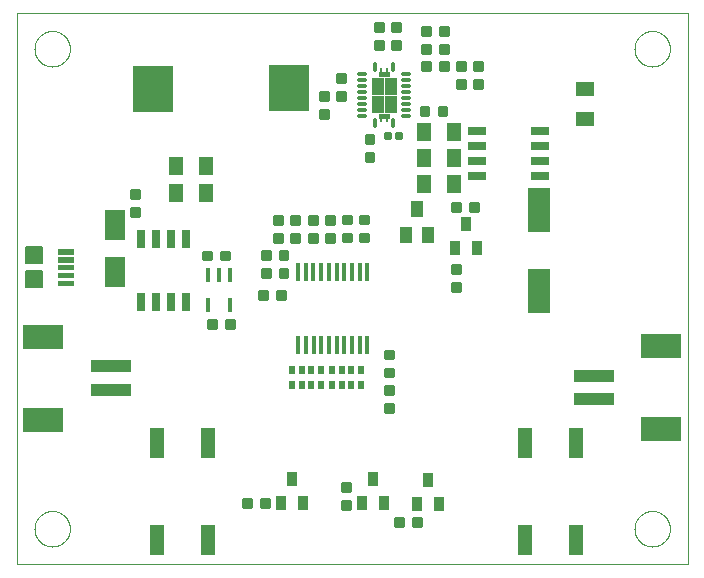
<source format=gtp>
G75*
%MOIN*%
%OFA0B0*%
%FSLAX25Y25*%
%IPPOS*%
%LPD*%
%AMOC8*
5,1,8,0,0,1.08239X$1,22.5*
%
%ADD10C,0.00000*%
%ADD11R,0.05000X0.06000*%
%ADD12C,0.00875*%
%ADD13C,0.01250*%
%ADD14R,0.13780X0.03937*%
%ADD15R,0.13780X0.07874*%
%ADD16R,0.03500X0.04500*%
%ADD17R,0.05000X0.10000*%
%ADD18C,0.00160*%
%ADD19C,0.00600*%
%ADD20R,0.01969X0.02559*%
%ADD21R,0.06693X0.09843*%
%ADD22R,0.01575X0.04724*%
%ADD23R,0.01378X0.05906*%
%ADD24C,0.01260*%
%ADD25C,0.00100*%
%ADD26R,0.01000X0.01300*%
%ADD27R,0.02500X0.06000*%
%ADD28R,0.07500X0.15000*%
%ADD29R,0.13780X0.15748*%
%ADD30R,0.06000X0.02500*%
%ADD31R,0.03937X0.05512*%
%ADD32R,0.06000X0.05000*%
D10*
X0014800Y0001750D02*
X0014800Y0185372D01*
X0238422Y0185372D01*
X0238422Y0001750D01*
X0014800Y0001750D01*
X0020705Y0013561D02*
X0020707Y0013714D01*
X0020713Y0013868D01*
X0020723Y0014021D01*
X0020737Y0014173D01*
X0020755Y0014326D01*
X0020777Y0014477D01*
X0020802Y0014628D01*
X0020832Y0014779D01*
X0020866Y0014929D01*
X0020903Y0015077D01*
X0020944Y0015225D01*
X0020989Y0015371D01*
X0021038Y0015517D01*
X0021091Y0015661D01*
X0021147Y0015803D01*
X0021207Y0015944D01*
X0021271Y0016084D01*
X0021338Y0016222D01*
X0021409Y0016358D01*
X0021484Y0016492D01*
X0021561Y0016624D01*
X0021643Y0016754D01*
X0021727Y0016882D01*
X0021815Y0017008D01*
X0021906Y0017131D01*
X0022000Y0017252D01*
X0022098Y0017370D01*
X0022198Y0017486D01*
X0022302Y0017599D01*
X0022408Y0017710D01*
X0022517Y0017818D01*
X0022629Y0017923D01*
X0022743Y0018024D01*
X0022861Y0018123D01*
X0022980Y0018219D01*
X0023102Y0018312D01*
X0023227Y0018401D01*
X0023354Y0018488D01*
X0023483Y0018570D01*
X0023614Y0018650D01*
X0023747Y0018726D01*
X0023882Y0018799D01*
X0024019Y0018868D01*
X0024158Y0018933D01*
X0024298Y0018995D01*
X0024440Y0019053D01*
X0024583Y0019108D01*
X0024728Y0019159D01*
X0024874Y0019206D01*
X0025021Y0019249D01*
X0025169Y0019288D01*
X0025318Y0019324D01*
X0025468Y0019355D01*
X0025619Y0019383D01*
X0025770Y0019407D01*
X0025923Y0019427D01*
X0026075Y0019443D01*
X0026228Y0019455D01*
X0026381Y0019463D01*
X0026534Y0019467D01*
X0026688Y0019467D01*
X0026841Y0019463D01*
X0026994Y0019455D01*
X0027147Y0019443D01*
X0027299Y0019427D01*
X0027452Y0019407D01*
X0027603Y0019383D01*
X0027754Y0019355D01*
X0027904Y0019324D01*
X0028053Y0019288D01*
X0028201Y0019249D01*
X0028348Y0019206D01*
X0028494Y0019159D01*
X0028639Y0019108D01*
X0028782Y0019053D01*
X0028924Y0018995D01*
X0029064Y0018933D01*
X0029203Y0018868D01*
X0029340Y0018799D01*
X0029475Y0018726D01*
X0029608Y0018650D01*
X0029739Y0018570D01*
X0029868Y0018488D01*
X0029995Y0018401D01*
X0030120Y0018312D01*
X0030242Y0018219D01*
X0030361Y0018123D01*
X0030479Y0018024D01*
X0030593Y0017923D01*
X0030705Y0017818D01*
X0030814Y0017710D01*
X0030920Y0017599D01*
X0031024Y0017486D01*
X0031124Y0017370D01*
X0031222Y0017252D01*
X0031316Y0017131D01*
X0031407Y0017008D01*
X0031495Y0016882D01*
X0031579Y0016754D01*
X0031661Y0016624D01*
X0031738Y0016492D01*
X0031813Y0016358D01*
X0031884Y0016222D01*
X0031951Y0016084D01*
X0032015Y0015944D01*
X0032075Y0015803D01*
X0032131Y0015661D01*
X0032184Y0015517D01*
X0032233Y0015371D01*
X0032278Y0015225D01*
X0032319Y0015077D01*
X0032356Y0014929D01*
X0032390Y0014779D01*
X0032420Y0014628D01*
X0032445Y0014477D01*
X0032467Y0014326D01*
X0032485Y0014173D01*
X0032499Y0014021D01*
X0032509Y0013868D01*
X0032515Y0013714D01*
X0032517Y0013561D01*
X0032515Y0013408D01*
X0032509Y0013254D01*
X0032499Y0013101D01*
X0032485Y0012949D01*
X0032467Y0012796D01*
X0032445Y0012645D01*
X0032420Y0012494D01*
X0032390Y0012343D01*
X0032356Y0012193D01*
X0032319Y0012045D01*
X0032278Y0011897D01*
X0032233Y0011751D01*
X0032184Y0011605D01*
X0032131Y0011461D01*
X0032075Y0011319D01*
X0032015Y0011178D01*
X0031951Y0011038D01*
X0031884Y0010900D01*
X0031813Y0010764D01*
X0031738Y0010630D01*
X0031661Y0010498D01*
X0031579Y0010368D01*
X0031495Y0010240D01*
X0031407Y0010114D01*
X0031316Y0009991D01*
X0031222Y0009870D01*
X0031124Y0009752D01*
X0031024Y0009636D01*
X0030920Y0009523D01*
X0030814Y0009412D01*
X0030705Y0009304D01*
X0030593Y0009199D01*
X0030479Y0009098D01*
X0030361Y0008999D01*
X0030242Y0008903D01*
X0030120Y0008810D01*
X0029995Y0008721D01*
X0029868Y0008634D01*
X0029739Y0008552D01*
X0029608Y0008472D01*
X0029475Y0008396D01*
X0029340Y0008323D01*
X0029203Y0008254D01*
X0029064Y0008189D01*
X0028924Y0008127D01*
X0028782Y0008069D01*
X0028639Y0008014D01*
X0028494Y0007963D01*
X0028348Y0007916D01*
X0028201Y0007873D01*
X0028053Y0007834D01*
X0027904Y0007798D01*
X0027754Y0007767D01*
X0027603Y0007739D01*
X0027452Y0007715D01*
X0027299Y0007695D01*
X0027147Y0007679D01*
X0026994Y0007667D01*
X0026841Y0007659D01*
X0026688Y0007655D01*
X0026534Y0007655D01*
X0026381Y0007659D01*
X0026228Y0007667D01*
X0026075Y0007679D01*
X0025923Y0007695D01*
X0025770Y0007715D01*
X0025619Y0007739D01*
X0025468Y0007767D01*
X0025318Y0007798D01*
X0025169Y0007834D01*
X0025021Y0007873D01*
X0024874Y0007916D01*
X0024728Y0007963D01*
X0024583Y0008014D01*
X0024440Y0008069D01*
X0024298Y0008127D01*
X0024158Y0008189D01*
X0024019Y0008254D01*
X0023882Y0008323D01*
X0023747Y0008396D01*
X0023614Y0008472D01*
X0023483Y0008552D01*
X0023354Y0008634D01*
X0023227Y0008721D01*
X0023102Y0008810D01*
X0022980Y0008903D01*
X0022861Y0008999D01*
X0022743Y0009098D01*
X0022629Y0009199D01*
X0022517Y0009304D01*
X0022408Y0009412D01*
X0022302Y0009523D01*
X0022198Y0009636D01*
X0022098Y0009752D01*
X0022000Y0009870D01*
X0021906Y0009991D01*
X0021815Y0010114D01*
X0021727Y0010240D01*
X0021643Y0010368D01*
X0021561Y0010498D01*
X0021484Y0010630D01*
X0021409Y0010764D01*
X0021338Y0010900D01*
X0021271Y0011038D01*
X0021207Y0011178D01*
X0021147Y0011319D01*
X0021091Y0011461D01*
X0021038Y0011605D01*
X0020989Y0011751D01*
X0020944Y0011897D01*
X0020903Y0012045D01*
X0020866Y0012193D01*
X0020832Y0012343D01*
X0020802Y0012494D01*
X0020777Y0012645D01*
X0020755Y0012796D01*
X0020737Y0012949D01*
X0020723Y0013101D01*
X0020713Y0013254D01*
X0020707Y0013408D01*
X0020705Y0013561D01*
X0020705Y0173561D02*
X0020707Y0173714D01*
X0020713Y0173868D01*
X0020723Y0174021D01*
X0020737Y0174173D01*
X0020755Y0174326D01*
X0020777Y0174477D01*
X0020802Y0174628D01*
X0020832Y0174779D01*
X0020866Y0174929D01*
X0020903Y0175077D01*
X0020944Y0175225D01*
X0020989Y0175371D01*
X0021038Y0175517D01*
X0021091Y0175661D01*
X0021147Y0175803D01*
X0021207Y0175944D01*
X0021271Y0176084D01*
X0021338Y0176222D01*
X0021409Y0176358D01*
X0021484Y0176492D01*
X0021561Y0176624D01*
X0021643Y0176754D01*
X0021727Y0176882D01*
X0021815Y0177008D01*
X0021906Y0177131D01*
X0022000Y0177252D01*
X0022098Y0177370D01*
X0022198Y0177486D01*
X0022302Y0177599D01*
X0022408Y0177710D01*
X0022517Y0177818D01*
X0022629Y0177923D01*
X0022743Y0178024D01*
X0022861Y0178123D01*
X0022980Y0178219D01*
X0023102Y0178312D01*
X0023227Y0178401D01*
X0023354Y0178488D01*
X0023483Y0178570D01*
X0023614Y0178650D01*
X0023747Y0178726D01*
X0023882Y0178799D01*
X0024019Y0178868D01*
X0024158Y0178933D01*
X0024298Y0178995D01*
X0024440Y0179053D01*
X0024583Y0179108D01*
X0024728Y0179159D01*
X0024874Y0179206D01*
X0025021Y0179249D01*
X0025169Y0179288D01*
X0025318Y0179324D01*
X0025468Y0179355D01*
X0025619Y0179383D01*
X0025770Y0179407D01*
X0025923Y0179427D01*
X0026075Y0179443D01*
X0026228Y0179455D01*
X0026381Y0179463D01*
X0026534Y0179467D01*
X0026688Y0179467D01*
X0026841Y0179463D01*
X0026994Y0179455D01*
X0027147Y0179443D01*
X0027299Y0179427D01*
X0027452Y0179407D01*
X0027603Y0179383D01*
X0027754Y0179355D01*
X0027904Y0179324D01*
X0028053Y0179288D01*
X0028201Y0179249D01*
X0028348Y0179206D01*
X0028494Y0179159D01*
X0028639Y0179108D01*
X0028782Y0179053D01*
X0028924Y0178995D01*
X0029064Y0178933D01*
X0029203Y0178868D01*
X0029340Y0178799D01*
X0029475Y0178726D01*
X0029608Y0178650D01*
X0029739Y0178570D01*
X0029868Y0178488D01*
X0029995Y0178401D01*
X0030120Y0178312D01*
X0030242Y0178219D01*
X0030361Y0178123D01*
X0030479Y0178024D01*
X0030593Y0177923D01*
X0030705Y0177818D01*
X0030814Y0177710D01*
X0030920Y0177599D01*
X0031024Y0177486D01*
X0031124Y0177370D01*
X0031222Y0177252D01*
X0031316Y0177131D01*
X0031407Y0177008D01*
X0031495Y0176882D01*
X0031579Y0176754D01*
X0031661Y0176624D01*
X0031738Y0176492D01*
X0031813Y0176358D01*
X0031884Y0176222D01*
X0031951Y0176084D01*
X0032015Y0175944D01*
X0032075Y0175803D01*
X0032131Y0175661D01*
X0032184Y0175517D01*
X0032233Y0175371D01*
X0032278Y0175225D01*
X0032319Y0175077D01*
X0032356Y0174929D01*
X0032390Y0174779D01*
X0032420Y0174628D01*
X0032445Y0174477D01*
X0032467Y0174326D01*
X0032485Y0174173D01*
X0032499Y0174021D01*
X0032509Y0173868D01*
X0032515Y0173714D01*
X0032517Y0173561D01*
X0032515Y0173408D01*
X0032509Y0173254D01*
X0032499Y0173101D01*
X0032485Y0172949D01*
X0032467Y0172796D01*
X0032445Y0172645D01*
X0032420Y0172494D01*
X0032390Y0172343D01*
X0032356Y0172193D01*
X0032319Y0172045D01*
X0032278Y0171897D01*
X0032233Y0171751D01*
X0032184Y0171605D01*
X0032131Y0171461D01*
X0032075Y0171319D01*
X0032015Y0171178D01*
X0031951Y0171038D01*
X0031884Y0170900D01*
X0031813Y0170764D01*
X0031738Y0170630D01*
X0031661Y0170498D01*
X0031579Y0170368D01*
X0031495Y0170240D01*
X0031407Y0170114D01*
X0031316Y0169991D01*
X0031222Y0169870D01*
X0031124Y0169752D01*
X0031024Y0169636D01*
X0030920Y0169523D01*
X0030814Y0169412D01*
X0030705Y0169304D01*
X0030593Y0169199D01*
X0030479Y0169098D01*
X0030361Y0168999D01*
X0030242Y0168903D01*
X0030120Y0168810D01*
X0029995Y0168721D01*
X0029868Y0168634D01*
X0029739Y0168552D01*
X0029608Y0168472D01*
X0029475Y0168396D01*
X0029340Y0168323D01*
X0029203Y0168254D01*
X0029064Y0168189D01*
X0028924Y0168127D01*
X0028782Y0168069D01*
X0028639Y0168014D01*
X0028494Y0167963D01*
X0028348Y0167916D01*
X0028201Y0167873D01*
X0028053Y0167834D01*
X0027904Y0167798D01*
X0027754Y0167767D01*
X0027603Y0167739D01*
X0027452Y0167715D01*
X0027299Y0167695D01*
X0027147Y0167679D01*
X0026994Y0167667D01*
X0026841Y0167659D01*
X0026688Y0167655D01*
X0026534Y0167655D01*
X0026381Y0167659D01*
X0026228Y0167667D01*
X0026075Y0167679D01*
X0025923Y0167695D01*
X0025770Y0167715D01*
X0025619Y0167739D01*
X0025468Y0167767D01*
X0025318Y0167798D01*
X0025169Y0167834D01*
X0025021Y0167873D01*
X0024874Y0167916D01*
X0024728Y0167963D01*
X0024583Y0168014D01*
X0024440Y0168069D01*
X0024298Y0168127D01*
X0024158Y0168189D01*
X0024019Y0168254D01*
X0023882Y0168323D01*
X0023747Y0168396D01*
X0023614Y0168472D01*
X0023483Y0168552D01*
X0023354Y0168634D01*
X0023227Y0168721D01*
X0023102Y0168810D01*
X0022980Y0168903D01*
X0022861Y0168999D01*
X0022743Y0169098D01*
X0022629Y0169199D01*
X0022517Y0169304D01*
X0022408Y0169412D01*
X0022302Y0169523D01*
X0022198Y0169636D01*
X0022098Y0169752D01*
X0022000Y0169870D01*
X0021906Y0169991D01*
X0021815Y0170114D01*
X0021727Y0170240D01*
X0021643Y0170368D01*
X0021561Y0170498D01*
X0021484Y0170630D01*
X0021409Y0170764D01*
X0021338Y0170900D01*
X0021271Y0171038D01*
X0021207Y0171178D01*
X0021147Y0171319D01*
X0021091Y0171461D01*
X0021038Y0171605D01*
X0020989Y0171751D01*
X0020944Y0171897D01*
X0020903Y0172045D01*
X0020866Y0172193D01*
X0020832Y0172343D01*
X0020802Y0172494D01*
X0020777Y0172645D01*
X0020755Y0172796D01*
X0020737Y0172949D01*
X0020723Y0173101D01*
X0020713Y0173254D01*
X0020707Y0173408D01*
X0020705Y0173561D01*
X0220705Y0173561D02*
X0220707Y0173714D01*
X0220713Y0173868D01*
X0220723Y0174021D01*
X0220737Y0174173D01*
X0220755Y0174326D01*
X0220777Y0174477D01*
X0220802Y0174628D01*
X0220832Y0174779D01*
X0220866Y0174929D01*
X0220903Y0175077D01*
X0220944Y0175225D01*
X0220989Y0175371D01*
X0221038Y0175517D01*
X0221091Y0175661D01*
X0221147Y0175803D01*
X0221207Y0175944D01*
X0221271Y0176084D01*
X0221338Y0176222D01*
X0221409Y0176358D01*
X0221484Y0176492D01*
X0221561Y0176624D01*
X0221643Y0176754D01*
X0221727Y0176882D01*
X0221815Y0177008D01*
X0221906Y0177131D01*
X0222000Y0177252D01*
X0222098Y0177370D01*
X0222198Y0177486D01*
X0222302Y0177599D01*
X0222408Y0177710D01*
X0222517Y0177818D01*
X0222629Y0177923D01*
X0222743Y0178024D01*
X0222861Y0178123D01*
X0222980Y0178219D01*
X0223102Y0178312D01*
X0223227Y0178401D01*
X0223354Y0178488D01*
X0223483Y0178570D01*
X0223614Y0178650D01*
X0223747Y0178726D01*
X0223882Y0178799D01*
X0224019Y0178868D01*
X0224158Y0178933D01*
X0224298Y0178995D01*
X0224440Y0179053D01*
X0224583Y0179108D01*
X0224728Y0179159D01*
X0224874Y0179206D01*
X0225021Y0179249D01*
X0225169Y0179288D01*
X0225318Y0179324D01*
X0225468Y0179355D01*
X0225619Y0179383D01*
X0225770Y0179407D01*
X0225923Y0179427D01*
X0226075Y0179443D01*
X0226228Y0179455D01*
X0226381Y0179463D01*
X0226534Y0179467D01*
X0226688Y0179467D01*
X0226841Y0179463D01*
X0226994Y0179455D01*
X0227147Y0179443D01*
X0227299Y0179427D01*
X0227452Y0179407D01*
X0227603Y0179383D01*
X0227754Y0179355D01*
X0227904Y0179324D01*
X0228053Y0179288D01*
X0228201Y0179249D01*
X0228348Y0179206D01*
X0228494Y0179159D01*
X0228639Y0179108D01*
X0228782Y0179053D01*
X0228924Y0178995D01*
X0229064Y0178933D01*
X0229203Y0178868D01*
X0229340Y0178799D01*
X0229475Y0178726D01*
X0229608Y0178650D01*
X0229739Y0178570D01*
X0229868Y0178488D01*
X0229995Y0178401D01*
X0230120Y0178312D01*
X0230242Y0178219D01*
X0230361Y0178123D01*
X0230479Y0178024D01*
X0230593Y0177923D01*
X0230705Y0177818D01*
X0230814Y0177710D01*
X0230920Y0177599D01*
X0231024Y0177486D01*
X0231124Y0177370D01*
X0231222Y0177252D01*
X0231316Y0177131D01*
X0231407Y0177008D01*
X0231495Y0176882D01*
X0231579Y0176754D01*
X0231661Y0176624D01*
X0231738Y0176492D01*
X0231813Y0176358D01*
X0231884Y0176222D01*
X0231951Y0176084D01*
X0232015Y0175944D01*
X0232075Y0175803D01*
X0232131Y0175661D01*
X0232184Y0175517D01*
X0232233Y0175371D01*
X0232278Y0175225D01*
X0232319Y0175077D01*
X0232356Y0174929D01*
X0232390Y0174779D01*
X0232420Y0174628D01*
X0232445Y0174477D01*
X0232467Y0174326D01*
X0232485Y0174173D01*
X0232499Y0174021D01*
X0232509Y0173868D01*
X0232515Y0173714D01*
X0232517Y0173561D01*
X0232515Y0173408D01*
X0232509Y0173254D01*
X0232499Y0173101D01*
X0232485Y0172949D01*
X0232467Y0172796D01*
X0232445Y0172645D01*
X0232420Y0172494D01*
X0232390Y0172343D01*
X0232356Y0172193D01*
X0232319Y0172045D01*
X0232278Y0171897D01*
X0232233Y0171751D01*
X0232184Y0171605D01*
X0232131Y0171461D01*
X0232075Y0171319D01*
X0232015Y0171178D01*
X0231951Y0171038D01*
X0231884Y0170900D01*
X0231813Y0170764D01*
X0231738Y0170630D01*
X0231661Y0170498D01*
X0231579Y0170368D01*
X0231495Y0170240D01*
X0231407Y0170114D01*
X0231316Y0169991D01*
X0231222Y0169870D01*
X0231124Y0169752D01*
X0231024Y0169636D01*
X0230920Y0169523D01*
X0230814Y0169412D01*
X0230705Y0169304D01*
X0230593Y0169199D01*
X0230479Y0169098D01*
X0230361Y0168999D01*
X0230242Y0168903D01*
X0230120Y0168810D01*
X0229995Y0168721D01*
X0229868Y0168634D01*
X0229739Y0168552D01*
X0229608Y0168472D01*
X0229475Y0168396D01*
X0229340Y0168323D01*
X0229203Y0168254D01*
X0229064Y0168189D01*
X0228924Y0168127D01*
X0228782Y0168069D01*
X0228639Y0168014D01*
X0228494Y0167963D01*
X0228348Y0167916D01*
X0228201Y0167873D01*
X0228053Y0167834D01*
X0227904Y0167798D01*
X0227754Y0167767D01*
X0227603Y0167739D01*
X0227452Y0167715D01*
X0227299Y0167695D01*
X0227147Y0167679D01*
X0226994Y0167667D01*
X0226841Y0167659D01*
X0226688Y0167655D01*
X0226534Y0167655D01*
X0226381Y0167659D01*
X0226228Y0167667D01*
X0226075Y0167679D01*
X0225923Y0167695D01*
X0225770Y0167715D01*
X0225619Y0167739D01*
X0225468Y0167767D01*
X0225318Y0167798D01*
X0225169Y0167834D01*
X0225021Y0167873D01*
X0224874Y0167916D01*
X0224728Y0167963D01*
X0224583Y0168014D01*
X0224440Y0168069D01*
X0224298Y0168127D01*
X0224158Y0168189D01*
X0224019Y0168254D01*
X0223882Y0168323D01*
X0223747Y0168396D01*
X0223614Y0168472D01*
X0223483Y0168552D01*
X0223354Y0168634D01*
X0223227Y0168721D01*
X0223102Y0168810D01*
X0222980Y0168903D01*
X0222861Y0168999D01*
X0222743Y0169098D01*
X0222629Y0169199D01*
X0222517Y0169304D01*
X0222408Y0169412D01*
X0222302Y0169523D01*
X0222198Y0169636D01*
X0222098Y0169752D01*
X0222000Y0169870D01*
X0221906Y0169991D01*
X0221815Y0170114D01*
X0221727Y0170240D01*
X0221643Y0170368D01*
X0221561Y0170498D01*
X0221484Y0170630D01*
X0221409Y0170764D01*
X0221338Y0170900D01*
X0221271Y0171038D01*
X0221207Y0171178D01*
X0221147Y0171319D01*
X0221091Y0171461D01*
X0221038Y0171605D01*
X0220989Y0171751D01*
X0220944Y0171897D01*
X0220903Y0172045D01*
X0220866Y0172193D01*
X0220832Y0172343D01*
X0220802Y0172494D01*
X0220777Y0172645D01*
X0220755Y0172796D01*
X0220737Y0172949D01*
X0220723Y0173101D01*
X0220713Y0173254D01*
X0220707Y0173408D01*
X0220705Y0173561D01*
X0220705Y0013561D02*
X0220707Y0013714D01*
X0220713Y0013868D01*
X0220723Y0014021D01*
X0220737Y0014173D01*
X0220755Y0014326D01*
X0220777Y0014477D01*
X0220802Y0014628D01*
X0220832Y0014779D01*
X0220866Y0014929D01*
X0220903Y0015077D01*
X0220944Y0015225D01*
X0220989Y0015371D01*
X0221038Y0015517D01*
X0221091Y0015661D01*
X0221147Y0015803D01*
X0221207Y0015944D01*
X0221271Y0016084D01*
X0221338Y0016222D01*
X0221409Y0016358D01*
X0221484Y0016492D01*
X0221561Y0016624D01*
X0221643Y0016754D01*
X0221727Y0016882D01*
X0221815Y0017008D01*
X0221906Y0017131D01*
X0222000Y0017252D01*
X0222098Y0017370D01*
X0222198Y0017486D01*
X0222302Y0017599D01*
X0222408Y0017710D01*
X0222517Y0017818D01*
X0222629Y0017923D01*
X0222743Y0018024D01*
X0222861Y0018123D01*
X0222980Y0018219D01*
X0223102Y0018312D01*
X0223227Y0018401D01*
X0223354Y0018488D01*
X0223483Y0018570D01*
X0223614Y0018650D01*
X0223747Y0018726D01*
X0223882Y0018799D01*
X0224019Y0018868D01*
X0224158Y0018933D01*
X0224298Y0018995D01*
X0224440Y0019053D01*
X0224583Y0019108D01*
X0224728Y0019159D01*
X0224874Y0019206D01*
X0225021Y0019249D01*
X0225169Y0019288D01*
X0225318Y0019324D01*
X0225468Y0019355D01*
X0225619Y0019383D01*
X0225770Y0019407D01*
X0225923Y0019427D01*
X0226075Y0019443D01*
X0226228Y0019455D01*
X0226381Y0019463D01*
X0226534Y0019467D01*
X0226688Y0019467D01*
X0226841Y0019463D01*
X0226994Y0019455D01*
X0227147Y0019443D01*
X0227299Y0019427D01*
X0227452Y0019407D01*
X0227603Y0019383D01*
X0227754Y0019355D01*
X0227904Y0019324D01*
X0228053Y0019288D01*
X0228201Y0019249D01*
X0228348Y0019206D01*
X0228494Y0019159D01*
X0228639Y0019108D01*
X0228782Y0019053D01*
X0228924Y0018995D01*
X0229064Y0018933D01*
X0229203Y0018868D01*
X0229340Y0018799D01*
X0229475Y0018726D01*
X0229608Y0018650D01*
X0229739Y0018570D01*
X0229868Y0018488D01*
X0229995Y0018401D01*
X0230120Y0018312D01*
X0230242Y0018219D01*
X0230361Y0018123D01*
X0230479Y0018024D01*
X0230593Y0017923D01*
X0230705Y0017818D01*
X0230814Y0017710D01*
X0230920Y0017599D01*
X0231024Y0017486D01*
X0231124Y0017370D01*
X0231222Y0017252D01*
X0231316Y0017131D01*
X0231407Y0017008D01*
X0231495Y0016882D01*
X0231579Y0016754D01*
X0231661Y0016624D01*
X0231738Y0016492D01*
X0231813Y0016358D01*
X0231884Y0016222D01*
X0231951Y0016084D01*
X0232015Y0015944D01*
X0232075Y0015803D01*
X0232131Y0015661D01*
X0232184Y0015517D01*
X0232233Y0015371D01*
X0232278Y0015225D01*
X0232319Y0015077D01*
X0232356Y0014929D01*
X0232390Y0014779D01*
X0232420Y0014628D01*
X0232445Y0014477D01*
X0232467Y0014326D01*
X0232485Y0014173D01*
X0232499Y0014021D01*
X0232509Y0013868D01*
X0232515Y0013714D01*
X0232517Y0013561D01*
X0232515Y0013408D01*
X0232509Y0013254D01*
X0232499Y0013101D01*
X0232485Y0012949D01*
X0232467Y0012796D01*
X0232445Y0012645D01*
X0232420Y0012494D01*
X0232390Y0012343D01*
X0232356Y0012193D01*
X0232319Y0012045D01*
X0232278Y0011897D01*
X0232233Y0011751D01*
X0232184Y0011605D01*
X0232131Y0011461D01*
X0232075Y0011319D01*
X0232015Y0011178D01*
X0231951Y0011038D01*
X0231884Y0010900D01*
X0231813Y0010764D01*
X0231738Y0010630D01*
X0231661Y0010498D01*
X0231579Y0010368D01*
X0231495Y0010240D01*
X0231407Y0010114D01*
X0231316Y0009991D01*
X0231222Y0009870D01*
X0231124Y0009752D01*
X0231024Y0009636D01*
X0230920Y0009523D01*
X0230814Y0009412D01*
X0230705Y0009304D01*
X0230593Y0009199D01*
X0230479Y0009098D01*
X0230361Y0008999D01*
X0230242Y0008903D01*
X0230120Y0008810D01*
X0229995Y0008721D01*
X0229868Y0008634D01*
X0229739Y0008552D01*
X0229608Y0008472D01*
X0229475Y0008396D01*
X0229340Y0008323D01*
X0229203Y0008254D01*
X0229064Y0008189D01*
X0228924Y0008127D01*
X0228782Y0008069D01*
X0228639Y0008014D01*
X0228494Y0007963D01*
X0228348Y0007916D01*
X0228201Y0007873D01*
X0228053Y0007834D01*
X0227904Y0007798D01*
X0227754Y0007767D01*
X0227603Y0007739D01*
X0227452Y0007715D01*
X0227299Y0007695D01*
X0227147Y0007679D01*
X0226994Y0007667D01*
X0226841Y0007659D01*
X0226688Y0007655D01*
X0226534Y0007655D01*
X0226381Y0007659D01*
X0226228Y0007667D01*
X0226075Y0007679D01*
X0225923Y0007695D01*
X0225770Y0007715D01*
X0225619Y0007739D01*
X0225468Y0007767D01*
X0225318Y0007798D01*
X0225169Y0007834D01*
X0225021Y0007873D01*
X0224874Y0007916D01*
X0224728Y0007963D01*
X0224583Y0008014D01*
X0224440Y0008069D01*
X0224298Y0008127D01*
X0224158Y0008189D01*
X0224019Y0008254D01*
X0223882Y0008323D01*
X0223747Y0008396D01*
X0223614Y0008472D01*
X0223483Y0008552D01*
X0223354Y0008634D01*
X0223227Y0008721D01*
X0223102Y0008810D01*
X0222980Y0008903D01*
X0222861Y0008999D01*
X0222743Y0009098D01*
X0222629Y0009199D01*
X0222517Y0009304D01*
X0222408Y0009412D01*
X0222302Y0009523D01*
X0222198Y0009636D01*
X0222098Y0009752D01*
X0222000Y0009870D01*
X0221906Y0009991D01*
X0221815Y0010114D01*
X0221727Y0010240D01*
X0221643Y0010368D01*
X0221561Y0010498D01*
X0221484Y0010630D01*
X0221409Y0010764D01*
X0221338Y0010900D01*
X0221271Y0011038D01*
X0221207Y0011178D01*
X0221147Y0011319D01*
X0221091Y0011461D01*
X0221038Y0011605D01*
X0220989Y0011751D01*
X0220944Y0011897D01*
X0220903Y0012045D01*
X0220866Y0012193D01*
X0220832Y0012343D01*
X0220802Y0012494D01*
X0220777Y0012645D01*
X0220755Y0012796D01*
X0220737Y0012949D01*
X0220723Y0013101D01*
X0220713Y0013254D01*
X0220707Y0013408D01*
X0220705Y0013561D01*
D11*
X0077802Y0125635D03*
X0067802Y0125635D03*
X0067802Y0134335D03*
X0077802Y0134335D03*
X0150398Y0137065D03*
X0150398Y0145665D03*
X0160398Y0145665D03*
X0160398Y0137065D03*
X0160398Y0128465D03*
X0150398Y0128465D03*
D12*
X0159887Y0119437D02*
X0162513Y0119437D01*
X0159887Y0119437D02*
X0159887Y0122063D01*
X0162513Y0122063D01*
X0162513Y0119437D01*
X0162513Y0120311D02*
X0159887Y0120311D01*
X0159887Y0121185D02*
X0162513Y0121185D01*
X0162513Y0122059D02*
X0159887Y0122059D01*
X0165887Y0119437D02*
X0168513Y0119437D01*
X0165887Y0119437D02*
X0165887Y0122063D01*
X0168513Y0122063D01*
X0168513Y0119437D01*
X0168513Y0120311D02*
X0165887Y0120311D01*
X0165887Y0121185D02*
X0168513Y0121185D01*
X0168513Y0122059D02*
X0165887Y0122059D01*
X0162613Y0101563D02*
X0162613Y0098937D01*
X0159987Y0098937D01*
X0159987Y0101563D01*
X0162613Y0101563D01*
X0162613Y0099811D02*
X0159987Y0099811D01*
X0159987Y0100685D02*
X0162613Y0100685D01*
X0162613Y0101559D02*
X0159987Y0101559D01*
X0162613Y0095563D02*
X0162613Y0092937D01*
X0159987Y0092937D01*
X0159987Y0095563D01*
X0162613Y0095563D01*
X0162613Y0093811D02*
X0159987Y0093811D01*
X0159987Y0094685D02*
X0162613Y0094685D01*
X0162613Y0095559D02*
X0159987Y0095559D01*
X0137687Y0072963D02*
X0137687Y0070337D01*
X0137687Y0072963D02*
X0140313Y0072963D01*
X0140313Y0070337D01*
X0137687Y0070337D01*
X0137687Y0071211D02*
X0140313Y0071211D01*
X0140313Y0072085D02*
X0137687Y0072085D01*
X0137687Y0072959D02*
X0140313Y0072959D01*
X0137687Y0066963D02*
X0137687Y0064337D01*
X0137687Y0066963D02*
X0140313Y0066963D01*
X0140313Y0064337D01*
X0137687Y0064337D01*
X0137687Y0065211D02*
X0140313Y0065211D01*
X0140313Y0066085D02*
X0137687Y0066085D01*
X0137687Y0066959D02*
X0140313Y0066959D01*
X0140313Y0061263D02*
X0140313Y0058637D01*
X0137687Y0058637D01*
X0137687Y0061263D01*
X0140313Y0061263D01*
X0140313Y0059511D02*
X0137687Y0059511D01*
X0137687Y0060385D02*
X0140313Y0060385D01*
X0140313Y0061259D02*
X0137687Y0061259D01*
X0140313Y0055263D02*
X0140313Y0052637D01*
X0137687Y0052637D01*
X0137687Y0055263D01*
X0140313Y0055263D01*
X0140313Y0053511D02*
X0137687Y0053511D01*
X0137687Y0054385D02*
X0140313Y0054385D01*
X0140313Y0055259D02*
X0137687Y0055259D01*
X0123193Y0028857D02*
X0123193Y0026231D01*
X0123193Y0028857D02*
X0125819Y0028857D01*
X0125819Y0026231D01*
X0123193Y0026231D01*
X0123193Y0027105D02*
X0125819Y0027105D01*
X0125819Y0027979D02*
X0123193Y0027979D01*
X0123193Y0028853D02*
X0125819Y0028853D01*
X0123193Y0022857D02*
X0123193Y0020231D01*
X0123193Y0022857D02*
X0125819Y0022857D01*
X0125819Y0020231D01*
X0123193Y0020231D01*
X0123193Y0021105D02*
X0125819Y0021105D01*
X0125819Y0021979D02*
X0123193Y0021979D01*
X0123193Y0022853D02*
X0125819Y0022853D01*
X0140893Y0014443D02*
X0143519Y0014443D01*
X0140893Y0014443D02*
X0140893Y0017069D01*
X0143519Y0017069D01*
X0143519Y0014443D01*
X0143519Y0015317D02*
X0140893Y0015317D01*
X0140893Y0016191D02*
X0143519Y0016191D01*
X0143519Y0017065D02*
X0140893Y0017065D01*
X0146893Y0014443D02*
X0149519Y0014443D01*
X0146893Y0014443D02*
X0146893Y0017069D01*
X0149519Y0017069D01*
X0149519Y0014443D01*
X0149519Y0015317D02*
X0146893Y0015317D01*
X0146893Y0016191D02*
X0149519Y0016191D01*
X0149519Y0017065D02*
X0146893Y0017065D01*
X0098819Y0020843D02*
X0096193Y0020843D01*
X0096193Y0023469D01*
X0098819Y0023469D01*
X0098819Y0020843D01*
X0098819Y0021717D02*
X0096193Y0021717D01*
X0096193Y0022591D02*
X0098819Y0022591D01*
X0098819Y0023465D02*
X0096193Y0023465D01*
X0092819Y0020843D02*
X0090193Y0020843D01*
X0090193Y0023469D01*
X0092819Y0023469D01*
X0092819Y0020843D01*
X0092819Y0021717D02*
X0090193Y0021717D01*
X0090193Y0022591D02*
X0092819Y0022591D01*
X0092819Y0023465D02*
X0090193Y0023465D01*
X0087313Y0083263D02*
X0084687Y0083263D01*
X0087313Y0083263D02*
X0087313Y0080637D01*
X0084687Y0080637D01*
X0084687Y0083263D01*
X0084687Y0081511D02*
X0087313Y0081511D01*
X0087313Y0082385D02*
X0084687Y0082385D01*
X0084687Y0083259D02*
X0087313Y0083259D01*
X0081313Y0083263D02*
X0078687Y0083263D01*
X0081313Y0083263D02*
X0081313Y0080637D01*
X0078687Y0080637D01*
X0078687Y0083263D01*
X0078687Y0081511D02*
X0081313Y0081511D01*
X0081313Y0082385D02*
X0078687Y0082385D01*
X0078687Y0083259D02*
X0081313Y0083259D01*
X0095587Y0092863D02*
X0098213Y0092863D01*
X0098213Y0090237D01*
X0095587Y0090237D01*
X0095587Y0092863D01*
X0095587Y0091111D02*
X0098213Y0091111D01*
X0098213Y0091985D02*
X0095587Y0091985D01*
X0095587Y0092859D02*
X0098213Y0092859D01*
X0101587Y0092863D02*
X0104213Y0092863D01*
X0104213Y0090237D01*
X0101587Y0090237D01*
X0101587Y0092863D01*
X0101587Y0091111D02*
X0104213Y0091111D01*
X0104213Y0091985D02*
X0101587Y0091985D01*
X0101587Y0092859D02*
X0104213Y0092859D01*
X0102407Y0097388D02*
X0102407Y0100014D01*
X0105033Y0100014D01*
X0105033Y0097388D01*
X0102407Y0097388D01*
X0102407Y0098262D02*
X0105033Y0098262D01*
X0105033Y0099136D02*
X0102407Y0099136D01*
X0102407Y0100010D02*
X0105033Y0100010D01*
X0102407Y0103388D02*
X0102407Y0106014D01*
X0105033Y0106014D01*
X0105033Y0103388D01*
X0102407Y0103388D01*
X0102407Y0104262D02*
X0105033Y0104262D01*
X0105033Y0105136D02*
X0102407Y0105136D01*
X0102407Y0106010D02*
X0105033Y0106010D01*
X0106367Y0109286D02*
X0106367Y0111912D01*
X0108993Y0111912D01*
X0108993Y0109286D01*
X0106367Y0109286D01*
X0106367Y0110160D02*
X0108993Y0110160D01*
X0108993Y0111034D02*
X0106367Y0111034D01*
X0106367Y0111908D02*
X0108993Y0111908D01*
X0114833Y0111914D02*
X0114833Y0109288D01*
X0112207Y0109288D01*
X0112207Y0111914D01*
X0114833Y0111914D01*
X0114833Y0110162D02*
X0112207Y0110162D01*
X0112207Y0111036D02*
X0114833Y0111036D01*
X0114833Y0111910D02*
X0112207Y0111910D01*
X0114833Y0115288D02*
X0114833Y0117914D01*
X0114833Y0115288D02*
X0112207Y0115288D01*
X0112207Y0117914D01*
X0114833Y0117914D01*
X0114833Y0116162D02*
X0112207Y0116162D01*
X0112207Y0117036D02*
X0114833Y0117036D01*
X0114833Y0117910D02*
X0112207Y0117910D01*
X0106367Y0117912D02*
X0106367Y0115286D01*
X0106367Y0117912D02*
X0108993Y0117912D01*
X0108993Y0115286D01*
X0106367Y0115286D01*
X0106367Y0116160D02*
X0108993Y0116160D01*
X0108993Y0117034D02*
X0106367Y0117034D01*
X0106367Y0117908D02*
X0108993Y0117908D01*
X0103093Y0117912D02*
X0103093Y0115286D01*
X0100467Y0115286D01*
X0100467Y0117912D01*
X0103093Y0117912D01*
X0103093Y0116160D02*
X0100467Y0116160D01*
X0100467Y0117034D02*
X0103093Y0117034D01*
X0103093Y0117908D02*
X0100467Y0117908D01*
X0103093Y0111912D02*
X0103093Y0109286D01*
X0100467Y0109286D01*
X0100467Y0111912D01*
X0103093Y0111912D01*
X0103093Y0110160D02*
X0100467Y0110160D01*
X0100467Y0111034D02*
X0103093Y0111034D01*
X0103093Y0111908D02*
X0100467Y0111908D01*
X0099133Y0106014D02*
X0099133Y0103388D01*
X0096507Y0103388D01*
X0096507Y0106014D01*
X0099133Y0106014D01*
X0099133Y0104262D02*
X0096507Y0104262D01*
X0096507Y0105136D02*
X0099133Y0105136D01*
X0099133Y0106010D02*
X0096507Y0106010D01*
X0099133Y0100014D02*
X0099133Y0097388D01*
X0096507Y0097388D01*
X0096507Y0100014D01*
X0099133Y0100014D01*
X0099133Y0098262D02*
X0096507Y0098262D01*
X0096507Y0099136D02*
X0099133Y0099136D01*
X0099133Y0100010D02*
X0096507Y0100010D01*
X0085613Y0103337D02*
X0082987Y0103337D01*
X0082987Y0105963D01*
X0085613Y0105963D01*
X0085613Y0103337D01*
X0085613Y0104211D02*
X0082987Y0104211D01*
X0082987Y0105085D02*
X0085613Y0105085D01*
X0085613Y0105959D02*
X0082987Y0105959D01*
X0079613Y0103337D02*
X0076987Y0103337D01*
X0076987Y0105963D01*
X0079613Y0105963D01*
X0079613Y0103337D01*
X0079613Y0104211D02*
X0076987Y0104211D01*
X0076987Y0105085D02*
X0079613Y0105085D01*
X0079613Y0105959D02*
X0076987Y0105959D01*
X0055611Y0117852D02*
X0055611Y0120478D01*
X0055611Y0117852D02*
X0052985Y0117852D01*
X0052985Y0120478D01*
X0055611Y0120478D01*
X0055611Y0118726D02*
X0052985Y0118726D01*
X0052985Y0119600D02*
X0055611Y0119600D01*
X0055611Y0120474D02*
X0052985Y0120474D01*
X0055611Y0123852D02*
X0055611Y0126478D01*
X0055611Y0123852D02*
X0052985Y0123852D01*
X0052985Y0126478D01*
X0055611Y0126478D01*
X0055611Y0124726D02*
X0052985Y0124726D01*
X0052985Y0125600D02*
X0055611Y0125600D01*
X0055611Y0126474D02*
X0052985Y0126474D01*
X0118598Y0150535D02*
X0118598Y0153161D01*
X0118598Y0150535D02*
X0115972Y0150535D01*
X0115972Y0153161D01*
X0118598Y0153161D01*
X0118598Y0151409D02*
X0115972Y0151409D01*
X0115972Y0152283D02*
X0118598Y0152283D01*
X0118598Y0153157D02*
X0115972Y0153157D01*
X0118598Y0156535D02*
X0118598Y0159161D01*
X0118598Y0156535D02*
X0115972Y0156535D01*
X0115972Y0159161D01*
X0118598Y0159161D01*
X0118598Y0157409D02*
X0115972Y0157409D01*
X0115972Y0158283D02*
X0118598Y0158283D01*
X0118598Y0159157D02*
X0115972Y0159157D01*
X0121672Y0159161D02*
X0121672Y0156535D01*
X0121672Y0159161D02*
X0124298Y0159161D01*
X0124298Y0156535D01*
X0121672Y0156535D01*
X0121672Y0157409D02*
X0124298Y0157409D01*
X0124298Y0158283D02*
X0121672Y0158283D01*
X0121672Y0159157D02*
X0124298Y0159157D01*
X0121672Y0162535D02*
X0121672Y0165161D01*
X0124298Y0165161D01*
X0124298Y0162535D01*
X0121672Y0162535D01*
X0121672Y0163409D02*
X0124298Y0163409D01*
X0124298Y0164283D02*
X0121672Y0164283D01*
X0121672Y0165157D02*
X0124298Y0165157D01*
X0134172Y0173635D02*
X0134172Y0176261D01*
X0136798Y0176261D01*
X0136798Y0173635D01*
X0134172Y0173635D01*
X0134172Y0174509D02*
X0136798Y0174509D01*
X0136798Y0175383D02*
X0134172Y0175383D01*
X0134172Y0176257D02*
X0136798Y0176257D01*
X0139772Y0176261D02*
X0139772Y0173635D01*
X0139772Y0176261D02*
X0142398Y0176261D01*
X0142398Y0173635D01*
X0139772Y0173635D01*
X0139772Y0174509D02*
X0142398Y0174509D01*
X0142398Y0175383D02*
X0139772Y0175383D01*
X0139772Y0176257D02*
X0142398Y0176257D01*
X0139772Y0179635D02*
X0139772Y0182261D01*
X0142398Y0182261D01*
X0142398Y0179635D01*
X0139772Y0179635D01*
X0139772Y0180509D02*
X0142398Y0180509D01*
X0142398Y0181383D02*
X0139772Y0181383D01*
X0139772Y0182257D02*
X0142398Y0182257D01*
X0134172Y0182261D02*
X0134172Y0179635D01*
X0134172Y0182261D02*
X0136798Y0182261D01*
X0136798Y0179635D01*
X0134172Y0179635D01*
X0134172Y0180509D02*
X0136798Y0180509D01*
X0136798Y0181383D02*
X0134172Y0181383D01*
X0134172Y0182257D02*
X0136798Y0182257D01*
X0149972Y0180861D02*
X0149972Y0178235D01*
X0149972Y0180861D02*
X0152598Y0180861D01*
X0152598Y0178235D01*
X0149972Y0178235D01*
X0149972Y0179109D02*
X0152598Y0179109D01*
X0152598Y0179983D02*
X0149972Y0179983D01*
X0149972Y0180857D02*
X0152598Y0180857D01*
X0155772Y0180861D02*
X0155772Y0178235D01*
X0155772Y0180861D02*
X0158398Y0180861D01*
X0158398Y0178235D01*
X0155772Y0178235D01*
X0155772Y0179109D02*
X0158398Y0179109D01*
X0158398Y0179983D02*
X0155772Y0179983D01*
X0155772Y0180857D02*
X0158398Y0180857D01*
X0155772Y0174861D02*
X0155772Y0172235D01*
X0155772Y0174861D02*
X0158398Y0174861D01*
X0158398Y0172235D01*
X0155772Y0172235D01*
X0155772Y0173109D02*
X0158398Y0173109D01*
X0158398Y0173983D02*
X0155772Y0173983D01*
X0155772Y0174857D02*
X0158398Y0174857D01*
X0149972Y0174861D02*
X0149972Y0172235D01*
X0149972Y0174861D02*
X0152598Y0174861D01*
X0152598Y0172235D01*
X0149972Y0172235D01*
X0149972Y0173109D02*
X0152598Y0173109D01*
X0152598Y0173983D02*
X0149972Y0173983D01*
X0149972Y0174857D02*
X0152598Y0174857D01*
X0152598Y0169261D02*
X0149972Y0169261D01*
X0152598Y0169261D02*
X0152598Y0166635D01*
X0149972Y0166635D01*
X0149972Y0169261D01*
X0149972Y0167509D02*
X0152598Y0167509D01*
X0152598Y0168383D02*
X0149972Y0168383D01*
X0149972Y0169257D02*
X0152598Y0169257D01*
X0155972Y0169261D02*
X0158598Y0169261D01*
X0158598Y0166635D01*
X0155972Y0166635D01*
X0155972Y0169261D01*
X0155972Y0167509D02*
X0158598Y0167509D01*
X0158598Y0168383D02*
X0155972Y0168383D01*
X0155972Y0169257D02*
X0158598Y0169257D01*
X0164298Y0169261D02*
X0164298Y0166635D01*
X0161672Y0166635D01*
X0161672Y0169261D01*
X0164298Y0169261D01*
X0164298Y0167509D02*
X0161672Y0167509D01*
X0161672Y0168383D02*
X0164298Y0168383D01*
X0164298Y0169257D02*
X0161672Y0169257D01*
X0167372Y0169261D02*
X0167372Y0166635D01*
X0167372Y0169261D02*
X0169998Y0169261D01*
X0169998Y0166635D01*
X0167372Y0166635D01*
X0167372Y0167509D02*
X0169998Y0167509D01*
X0169998Y0168383D02*
X0167372Y0168383D01*
X0167372Y0169257D02*
X0169998Y0169257D01*
X0167372Y0163261D02*
X0167372Y0160635D01*
X0167372Y0163261D02*
X0169998Y0163261D01*
X0169998Y0160635D01*
X0167372Y0160635D01*
X0167372Y0161509D02*
X0169998Y0161509D01*
X0169998Y0162383D02*
X0167372Y0162383D01*
X0167372Y0163257D02*
X0169998Y0163257D01*
X0164298Y0163261D02*
X0164298Y0160635D01*
X0161672Y0160635D01*
X0161672Y0163261D01*
X0164298Y0163261D01*
X0164298Y0161509D02*
X0161672Y0161509D01*
X0161672Y0162383D02*
X0164298Y0162383D01*
X0164298Y0163257D02*
X0161672Y0163257D01*
X0158011Y0154078D02*
X0155385Y0154078D01*
X0158011Y0154078D02*
X0158011Y0151452D01*
X0155385Y0151452D01*
X0155385Y0154078D01*
X0155385Y0152326D02*
X0158011Y0152326D01*
X0158011Y0153200D02*
X0155385Y0153200D01*
X0155385Y0154074D02*
X0158011Y0154074D01*
X0152011Y0154078D02*
X0149385Y0154078D01*
X0152011Y0154078D02*
X0152011Y0151452D01*
X0149385Y0151452D01*
X0149385Y0154078D01*
X0149385Y0152326D02*
X0152011Y0152326D01*
X0152011Y0153200D02*
X0149385Y0153200D01*
X0149385Y0154074D02*
X0152011Y0154074D01*
X0133698Y0144861D02*
X0133698Y0142235D01*
X0131072Y0142235D01*
X0131072Y0144861D01*
X0133698Y0144861D01*
X0133698Y0143109D02*
X0131072Y0143109D01*
X0131072Y0143983D02*
X0133698Y0143983D01*
X0133698Y0144857D02*
X0131072Y0144857D01*
X0133698Y0138861D02*
X0133698Y0136235D01*
X0131072Y0136235D01*
X0131072Y0138861D01*
X0133698Y0138861D01*
X0133698Y0137109D02*
X0131072Y0137109D01*
X0131072Y0137983D02*
X0133698Y0137983D01*
X0133698Y0138857D02*
X0131072Y0138857D01*
X0129287Y0117963D02*
X0129287Y0115337D01*
X0129287Y0117963D02*
X0131913Y0117963D01*
X0131913Y0115337D01*
X0129287Y0115337D01*
X0129287Y0116211D02*
X0131913Y0116211D01*
X0131913Y0117085D02*
X0129287Y0117085D01*
X0129287Y0117959D02*
X0131913Y0117959D01*
X0126213Y0117963D02*
X0126213Y0115337D01*
X0123587Y0115337D01*
X0123587Y0117963D01*
X0126213Y0117963D01*
X0126213Y0116211D02*
X0123587Y0116211D01*
X0123587Y0117085D02*
X0126213Y0117085D01*
X0126213Y0117959D02*
X0123587Y0117959D01*
X0120493Y0117912D02*
X0120493Y0115286D01*
X0117867Y0115286D01*
X0117867Y0117912D01*
X0120493Y0117912D01*
X0120493Y0116160D02*
X0117867Y0116160D01*
X0117867Y0117034D02*
X0120493Y0117034D01*
X0120493Y0117908D02*
X0117867Y0117908D01*
X0120493Y0111912D02*
X0120493Y0109286D01*
X0117867Y0109286D01*
X0117867Y0111912D01*
X0120493Y0111912D01*
X0120493Y0110160D02*
X0117867Y0110160D01*
X0117867Y0111034D02*
X0120493Y0111034D01*
X0120493Y0111908D02*
X0117867Y0111908D01*
X0126213Y0111963D02*
X0126213Y0109337D01*
X0123587Y0109337D01*
X0123587Y0111963D01*
X0126213Y0111963D01*
X0126213Y0110211D02*
X0123587Y0110211D01*
X0123587Y0111085D02*
X0126213Y0111085D01*
X0126213Y0111959D02*
X0123587Y0111959D01*
X0129287Y0111963D02*
X0129287Y0109337D01*
X0129287Y0111963D02*
X0131913Y0111963D01*
X0131913Y0109337D01*
X0129287Y0109337D01*
X0129287Y0110211D02*
X0131913Y0110211D01*
X0131913Y0111085D02*
X0129287Y0111085D01*
X0129287Y0111959D02*
X0131913Y0111959D01*
D13*
X0138023Y0143940D02*
X0139273Y0143940D01*
X0138023Y0143940D02*
X0138023Y0145190D01*
X0139273Y0145190D01*
X0139273Y0143940D01*
X0139273Y0145189D02*
X0138023Y0145189D01*
X0141523Y0143940D02*
X0142773Y0143940D01*
X0141523Y0143940D02*
X0141523Y0145190D01*
X0142773Y0145190D01*
X0142773Y0143940D01*
X0142773Y0145189D02*
X0141523Y0145189D01*
D14*
X0046100Y0067687D03*
X0046100Y0059813D03*
X0207100Y0056713D03*
X0207100Y0064587D03*
D15*
X0229541Y0074430D03*
X0229541Y0046870D03*
X0023659Y0049970D03*
X0023659Y0077530D03*
D16*
X0102866Y0022056D03*
X0110346Y0022056D03*
X0106606Y0030056D03*
X0129866Y0022056D03*
X0137346Y0022056D03*
X0133606Y0030056D03*
X0148166Y0021756D03*
X0155646Y0021756D03*
X0151906Y0029756D03*
X0160760Y0107250D03*
X0168240Y0107250D03*
X0164500Y0115250D03*
D17*
X0184219Y0042290D03*
X0201187Y0042290D03*
X0201187Y0009778D03*
X0184219Y0009778D03*
X0078447Y0009778D03*
X0061479Y0009778D03*
X0061479Y0042290D03*
X0078447Y0042290D03*
D18*
X0028530Y0094830D02*
X0028530Y0096270D01*
X0033670Y0096270D01*
X0033670Y0094830D01*
X0028530Y0094830D01*
X0028530Y0094989D02*
X0033670Y0094989D01*
X0033670Y0095148D02*
X0028530Y0095148D01*
X0028530Y0095307D02*
X0033670Y0095307D01*
X0033670Y0095466D02*
X0028530Y0095466D01*
X0028530Y0095625D02*
X0033670Y0095625D01*
X0033670Y0095784D02*
X0028530Y0095784D01*
X0028530Y0095943D02*
X0033670Y0095943D01*
X0033670Y0096102D02*
X0028530Y0096102D01*
X0028530Y0096261D02*
X0033670Y0096261D01*
X0028530Y0097430D02*
X0028530Y0098870D01*
X0033670Y0098870D01*
X0033670Y0097430D01*
X0028530Y0097430D01*
X0028530Y0097589D02*
X0033670Y0097589D01*
X0033670Y0097748D02*
X0028530Y0097748D01*
X0028530Y0097907D02*
X0033670Y0097907D01*
X0033670Y0098066D02*
X0028530Y0098066D01*
X0028530Y0098225D02*
X0033670Y0098225D01*
X0033670Y0098384D02*
X0028530Y0098384D01*
X0028530Y0098543D02*
X0033670Y0098543D01*
X0033670Y0098702D02*
X0028530Y0098702D01*
X0028530Y0098861D02*
X0033670Y0098861D01*
X0028530Y0100030D02*
X0028530Y0101470D01*
X0033670Y0101470D01*
X0033670Y0100030D01*
X0028530Y0100030D01*
X0028530Y0100189D02*
X0033670Y0100189D01*
X0033670Y0100348D02*
X0028530Y0100348D01*
X0028530Y0100507D02*
X0033670Y0100507D01*
X0033670Y0100666D02*
X0028530Y0100666D01*
X0028530Y0100825D02*
X0033670Y0100825D01*
X0033670Y0100984D02*
X0028530Y0100984D01*
X0028530Y0101143D02*
X0033670Y0101143D01*
X0033670Y0101302D02*
X0028530Y0101302D01*
X0028530Y0101461D02*
X0033670Y0101461D01*
X0028530Y0102630D02*
X0028530Y0104070D01*
X0033670Y0104070D01*
X0033670Y0102630D01*
X0028530Y0102630D01*
X0028530Y0102789D02*
X0033670Y0102789D01*
X0033670Y0102948D02*
X0028530Y0102948D01*
X0028530Y0103107D02*
X0033670Y0103107D01*
X0033670Y0103266D02*
X0028530Y0103266D01*
X0028530Y0103425D02*
X0033670Y0103425D01*
X0033670Y0103584D02*
X0028530Y0103584D01*
X0028530Y0103743D02*
X0033670Y0103743D01*
X0033670Y0103902D02*
X0028530Y0103902D01*
X0028530Y0104061D02*
X0033670Y0104061D01*
X0028530Y0105230D02*
X0028530Y0106670D01*
X0033670Y0106670D01*
X0033670Y0105230D01*
X0028530Y0105230D01*
X0028530Y0105389D02*
X0033670Y0105389D01*
X0033670Y0105548D02*
X0028530Y0105548D01*
X0028530Y0105707D02*
X0033670Y0105707D01*
X0033670Y0105866D02*
X0028530Y0105866D01*
X0028530Y0106025D02*
X0033670Y0106025D01*
X0033670Y0106184D02*
X0028530Y0106184D01*
X0028530Y0106343D02*
X0033670Y0106343D01*
X0033670Y0106502D02*
X0028530Y0106502D01*
X0028530Y0106661D02*
X0033670Y0106661D01*
D19*
X0017800Y0107450D02*
X0017800Y0102050D01*
X0017800Y0107450D02*
X0023200Y0107450D01*
X0023200Y0102050D01*
X0017800Y0102050D01*
X0017800Y0102649D02*
X0023200Y0102649D01*
X0023200Y0103248D02*
X0017800Y0103248D01*
X0017800Y0103847D02*
X0023200Y0103847D01*
X0023200Y0104446D02*
X0017800Y0104446D01*
X0017800Y0105045D02*
X0023200Y0105045D01*
X0023200Y0105644D02*
X0017800Y0105644D01*
X0017800Y0106243D02*
X0023200Y0106243D01*
X0023200Y0106842D02*
X0017800Y0106842D01*
X0017800Y0107441D02*
X0023200Y0107441D01*
X0017800Y0099450D02*
X0017800Y0094050D01*
X0017800Y0099450D02*
X0023200Y0099450D01*
X0023200Y0094050D01*
X0017800Y0094050D01*
X0017800Y0094649D02*
X0023200Y0094649D01*
X0023200Y0095248D02*
X0017800Y0095248D01*
X0017800Y0095847D02*
X0023200Y0095847D01*
X0023200Y0096446D02*
X0017800Y0096446D01*
X0017800Y0097045D02*
X0023200Y0097045D01*
X0023200Y0097644D02*
X0017800Y0097644D01*
X0017800Y0098243D02*
X0023200Y0098243D01*
X0023200Y0098842D02*
X0017800Y0098842D01*
X0017800Y0099441D02*
X0023200Y0099441D01*
D20*
X0106624Y0066331D03*
X0109774Y0066331D03*
X0112924Y0066331D03*
X0116073Y0066331D03*
X0120024Y0066431D03*
X0123174Y0066431D03*
X0126324Y0066431D03*
X0129473Y0066431D03*
X0129473Y0061510D03*
X0126324Y0061510D03*
X0123174Y0061510D03*
X0120024Y0061510D03*
X0116073Y0061410D03*
X0112924Y0061410D03*
X0109774Y0061410D03*
X0106624Y0061410D03*
D21*
X0047600Y0099149D03*
X0047600Y0114897D03*
D22*
X0078460Y0098269D03*
X0082200Y0098269D03*
X0085940Y0098269D03*
X0085940Y0088031D03*
X0078460Y0088031D03*
D23*
X0108584Y0099017D03*
X0111143Y0099017D03*
X0113702Y0099017D03*
X0116261Y0099017D03*
X0118820Y0099017D03*
X0121380Y0099017D03*
X0123939Y0099017D03*
X0126498Y0099017D03*
X0129057Y0099017D03*
X0131616Y0099017D03*
X0131616Y0074883D03*
X0129057Y0074883D03*
X0126498Y0074883D03*
X0123939Y0074883D03*
X0121380Y0074883D03*
X0118820Y0074883D03*
X0116320Y0074883D03*
X0113761Y0074883D03*
X0111202Y0074883D03*
X0108643Y0074883D03*
D24*
X0134233Y0147951D02*
X0134233Y0149841D01*
X0130847Y0151258D02*
X0128957Y0151258D01*
X0128957Y0153226D02*
X0130847Y0153226D01*
X0130847Y0155195D02*
X0128957Y0155195D01*
X0128957Y0157163D02*
X0130847Y0157163D01*
X0130847Y0159132D02*
X0128957Y0159132D01*
X0128957Y0161100D02*
X0130847Y0161100D01*
X0130847Y0163069D02*
X0128957Y0163069D01*
X0128957Y0165037D02*
X0130847Y0165037D01*
X0134233Y0166455D02*
X0134233Y0168345D01*
X0140138Y0168345D02*
X0140138Y0166455D01*
X0143524Y0165037D02*
X0145414Y0165037D01*
X0145414Y0163069D02*
X0143524Y0163069D01*
X0143524Y0161100D02*
X0145414Y0161100D01*
X0145414Y0159132D02*
X0143524Y0159132D01*
X0143524Y0157163D02*
X0145414Y0157163D01*
X0145414Y0155195D02*
X0143524Y0155195D01*
X0143524Y0153226D02*
X0145414Y0153226D01*
X0145414Y0151258D02*
X0143524Y0151258D01*
X0140138Y0149841D02*
X0140138Y0147951D01*
D25*
X0138721Y0150569D02*
X0138721Y0151738D01*
X0135650Y0151738D01*
X0135650Y0150569D01*
X0138721Y0150569D01*
X0138721Y0150601D02*
X0135650Y0150601D01*
X0135650Y0150699D02*
X0138721Y0150699D01*
X0138721Y0150798D02*
X0135650Y0150798D01*
X0135650Y0150896D02*
X0138721Y0150896D01*
X0138721Y0150995D02*
X0135650Y0150995D01*
X0135650Y0151093D02*
X0138721Y0151093D01*
X0138721Y0151192D02*
X0135650Y0151192D01*
X0135650Y0151290D02*
X0138721Y0151290D01*
X0138721Y0151389D02*
X0135650Y0151389D01*
X0135650Y0151487D02*
X0138721Y0151487D01*
X0138721Y0151586D02*
X0135650Y0151586D01*
X0135650Y0151684D02*
X0138721Y0151684D01*
X0137579Y0152526D02*
X0137579Y0157754D01*
X0141189Y0157754D01*
X0141189Y0152526D01*
X0137579Y0152526D01*
X0137579Y0152571D02*
X0141189Y0152571D01*
X0141189Y0152669D02*
X0137579Y0152669D01*
X0137579Y0152768D02*
X0141189Y0152768D01*
X0141189Y0152866D02*
X0137579Y0152866D01*
X0137579Y0152965D02*
X0141189Y0152965D01*
X0141189Y0153063D02*
X0137579Y0153063D01*
X0137579Y0153162D02*
X0141189Y0153162D01*
X0141189Y0153260D02*
X0137579Y0153260D01*
X0137579Y0153359D02*
X0141189Y0153359D01*
X0141189Y0153457D02*
X0137579Y0153457D01*
X0137579Y0153556D02*
X0141189Y0153556D01*
X0141189Y0153654D02*
X0137579Y0153654D01*
X0137579Y0153753D02*
X0141189Y0153753D01*
X0141189Y0153851D02*
X0137579Y0153851D01*
X0137579Y0153950D02*
X0141189Y0153950D01*
X0141189Y0154048D02*
X0137579Y0154048D01*
X0137579Y0154147D02*
X0141189Y0154147D01*
X0141189Y0154246D02*
X0137579Y0154246D01*
X0137579Y0154344D02*
X0141189Y0154344D01*
X0141189Y0154443D02*
X0137579Y0154443D01*
X0137579Y0154541D02*
X0141189Y0154541D01*
X0141189Y0154640D02*
X0137579Y0154640D01*
X0137579Y0154738D02*
X0141189Y0154738D01*
X0141189Y0154837D02*
X0137579Y0154837D01*
X0137579Y0154935D02*
X0141189Y0154935D01*
X0141189Y0155034D02*
X0137579Y0155034D01*
X0137579Y0155132D02*
X0141189Y0155132D01*
X0141189Y0155231D02*
X0137579Y0155231D01*
X0137579Y0155329D02*
X0141189Y0155329D01*
X0141189Y0155428D02*
X0137579Y0155428D01*
X0137579Y0155526D02*
X0141189Y0155526D01*
X0141189Y0155625D02*
X0137579Y0155625D01*
X0137579Y0155723D02*
X0141189Y0155723D01*
X0141189Y0155822D02*
X0137579Y0155822D01*
X0137579Y0155920D02*
X0141189Y0155920D01*
X0141189Y0156019D02*
X0137579Y0156019D01*
X0137579Y0156117D02*
X0141189Y0156117D01*
X0141189Y0156216D02*
X0137579Y0156216D01*
X0137579Y0156314D02*
X0141189Y0156314D01*
X0141189Y0156413D02*
X0137579Y0156413D01*
X0137579Y0156511D02*
X0141189Y0156511D01*
X0141189Y0156610D02*
X0137579Y0156610D01*
X0137579Y0156708D02*
X0141189Y0156708D01*
X0141189Y0156807D02*
X0137579Y0156807D01*
X0137579Y0156905D02*
X0141189Y0156905D01*
X0141189Y0157004D02*
X0137579Y0157004D01*
X0137579Y0157102D02*
X0141189Y0157102D01*
X0141189Y0157201D02*
X0137579Y0157201D01*
X0137579Y0157299D02*
X0141189Y0157299D01*
X0141189Y0157398D02*
X0137579Y0157398D01*
X0137579Y0157496D02*
X0141189Y0157496D01*
X0141189Y0157595D02*
X0137579Y0157595D01*
X0137579Y0157693D02*
X0141189Y0157693D01*
X0141189Y0158541D02*
X0141189Y0163770D01*
X0137579Y0163770D01*
X0137579Y0158541D01*
X0141189Y0158541D01*
X0141189Y0158580D02*
X0137579Y0158580D01*
X0137579Y0158679D02*
X0141189Y0158679D01*
X0141189Y0158777D02*
X0137579Y0158777D01*
X0137579Y0158876D02*
X0141189Y0158876D01*
X0141189Y0158974D02*
X0137579Y0158974D01*
X0137579Y0159073D02*
X0141189Y0159073D01*
X0141189Y0159171D02*
X0137579Y0159171D01*
X0137579Y0159270D02*
X0141189Y0159270D01*
X0141189Y0159368D02*
X0137579Y0159368D01*
X0137579Y0159467D02*
X0141189Y0159467D01*
X0141189Y0159565D02*
X0137579Y0159565D01*
X0137579Y0159664D02*
X0141189Y0159664D01*
X0141189Y0159762D02*
X0137579Y0159762D01*
X0137579Y0159861D02*
X0141189Y0159861D01*
X0141189Y0159959D02*
X0137579Y0159959D01*
X0137579Y0160058D02*
X0141189Y0160058D01*
X0141189Y0160156D02*
X0137579Y0160156D01*
X0137579Y0160255D02*
X0141189Y0160255D01*
X0141189Y0160353D02*
X0137579Y0160353D01*
X0137579Y0160452D02*
X0141189Y0160452D01*
X0141189Y0160550D02*
X0137579Y0160550D01*
X0137579Y0160649D02*
X0141189Y0160649D01*
X0141189Y0160747D02*
X0137579Y0160747D01*
X0137579Y0160846D02*
X0141189Y0160846D01*
X0141189Y0160944D02*
X0137579Y0160944D01*
X0137579Y0161043D02*
X0141189Y0161043D01*
X0141189Y0161141D02*
X0137579Y0161141D01*
X0137579Y0161240D02*
X0141189Y0161240D01*
X0141189Y0161338D02*
X0137579Y0161338D01*
X0137579Y0161437D02*
X0141189Y0161437D01*
X0141189Y0161535D02*
X0137579Y0161535D01*
X0137579Y0161634D02*
X0141189Y0161634D01*
X0141189Y0161732D02*
X0137579Y0161732D01*
X0137579Y0161831D02*
X0141189Y0161831D01*
X0141189Y0161929D02*
X0137579Y0161929D01*
X0137579Y0162028D02*
X0141189Y0162028D01*
X0141189Y0162126D02*
X0137579Y0162126D01*
X0137579Y0162225D02*
X0141189Y0162225D01*
X0141189Y0162323D02*
X0137579Y0162323D01*
X0137579Y0162422D02*
X0141189Y0162422D01*
X0141189Y0162520D02*
X0137579Y0162520D01*
X0137579Y0162619D02*
X0141189Y0162619D01*
X0141189Y0162717D02*
X0137579Y0162717D01*
X0137579Y0162816D02*
X0141189Y0162816D01*
X0141189Y0162915D02*
X0137579Y0162915D01*
X0137579Y0163013D02*
X0141189Y0163013D01*
X0141189Y0163112D02*
X0137579Y0163112D01*
X0137579Y0163210D02*
X0141189Y0163210D01*
X0141189Y0163309D02*
X0137579Y0163309D01*
X0137579Y0163407D02*
X0141189Y0163407D01*
X0141189Y0163506D02*
X0137579Y0163506D01*
X0137579Y0163604D02*
X0141189Y0163604D01*
X0141189Y0163703D02*
X0137579Y0163703D01*
X0136791Y0163703D02*
X0133181Y0163703D01*
X0133181Y0163770D02*
X0133181Y0158541D01*
X0136791Y0158541D01*
X0136791Y0163770D01*
X0133181Y0163770D01*
X0133181Y0163604D02*
X0136791Y0163604D01*
X0136791Y0163506D02*
X0133181Y0163506D01*
X0133181Y0163407D02*
X0136791Y0163407D01*
X0136791Y0163309D02*
X0133181Y0163309D01*
X0133181Y0163210D02*
X0136791Y0163210D01*
X0136791Y0163112D02*
X0133181Y0163112D01*
X0133181Y0163013D02*
X0136791Y0163013D01*
X0136791Y0162915D02*
X0133181Y0162915D01*
X0133181Y0162816D02*
X0136791Y0162816D01*
X0136791Y0162717D02*
X0133181Y0162717D01*
X0133181Y0162619D02*
X0136791Y0162619D01*
X0136791Y0162520D02*
X0133181Y0162520D01*
X0133181Y0162422D02*
X0136791Y0162422D01*
X0136791Y0162323D02*
X0133181Y0162323D01*
X0133181Y0162225D02*
X0136791Y0162225D01*
X0136791Y0162126D02*
X0133181Y0162126D01*
X0133181Y0162028D02*
X0136791Y0162028D01*
X0136791Y0161929D02*
X0133181Y0161929D01*
X0133181Y0161831D02*
X0136791Y0161831D01*
X0136791Y0161732D02*
X0133181Y0161732D01*
X0133181Y0161634D02*
X0136791Y0161634D01*
X0136791Y0161535D02*
X0133181Y0161535D01*
X0133181Y0161437D02*
X0136791Y0161437D01*
X0136791Y0161338D02*
X0133181Y0161338D01*
X0133181Y0161240D02*
X0136791Y0161240D01*
X0136791Y0161141D02*
X0133181Y0161141D01*
X0133181Y0161043D02*
X0136791Y0161043D01*
X0136791Y0160944D02*
X0133181Y0160944D01*
X0133181Y0160846D02*
X0136791Y0160846D01*
X0136791Y0160747D02*
X0133181Y0160747D01*
X0133181Y0160649D02*
X0136791Y0160649D01*
X0136791Y0160550D02*
X0133181Y0160550D01*
X0133181Y0160452D02*
X0136791Y0160452D01*
X0136791Y0160353D02*
X0133181Y0160353D01*
X0133181Y0160255D02*
X0136791Y0160255D01*
X0136791Y0160156D02*
X0133181Y0160156D01*
X0133181Y0160058D02*
X0136791Y0160058D01*
X0136791Y0159959D02*
X0133181Y0159959D01*
X0133181Y0159861D02*
X0136791Y0159861D01*
X0136791Y0159762D02*
X0133181Y0159762D01*
X0133181Y0159664D02*
X0136791Y0159664D01*
X0136791Y0159565D02*
X0133181Y0159565D01*
X0133181Y0159467D02*
X0136791Y0159467D01*
X0136791Y0159368D02*
X0133181Y0159368D01*
X0133181Y0159270D02*
X0136791Y0159270D01*
X0136791Y0159171D02*
X0133181Y0159171D01*
X0133181Y0159073D02*
X0136791Y0159073D01*
X0136791Y0158974D02*
X0133181Y0158974D01*
X0133181Y0158876D02*
X0136791Y0158876D01*
X0136791Y0158777D02*
X0133181Y0158777D01*
X0133181Y0158679D02*
X0136791Y0158679D01*
X0136791Y0158580D02*
X0133181Y0158580D01*
X0133181Y0157754D02*
X0133181Y0152526D01*
X0136791Y0152526D01*
X0136791Y0157754D01*
X0133181Y0157754D01*
X0133181Y0157693D02*
X0136791Y0157693D01*
X0136791Y0157595D02*
X0133181Y0157595D01*
X0133181Y0157496D02*
X0136791Y0157496D01*
X0136791Y0157398D02*
X0133181Y0157398D01*
X0133181Y0157299D02*
X0136791Y0157299D01*
X0136791Y0157201D02*
X0133181Y0157201D01*
X0133181Y0157102D02*
X0136791Y0157102D01*
X0136791Y0157004D02*
X0133181Y0157004D01*
X0133181Y0156905D02*
X0136791Y0156905D01*
X0136791Y0156807D02*
X0133181Y0156807D01*
X0133181Y0156708D02*
X0136791Y0156708D01*
X0136791Y0156610D02*
X0133181Y0156610D01*
X0133181Y0156511D02*
X0136791Y0156511D01*
X0136791Y0156413D02*
X0133181Y0156413D01*
X0133181Y0156314D02*
X0136791Y0156314D01*
X0136791Y0156216D02*
X0133181Y0156216D01*
X0133181Y0156117D02*
X0136791Y0156117D01*
X0136791Y0156019D02*
X0133181Y0156019D01*
X0133181Y0155920D02*
X0136791Y0155920D01*
X0136791Y0155822D02*
X0133181Y0155822D01*
X0133181Y0155723D02*
X0136791Y0155723D01*
X0136791Y0155625D02*
X0133181Y0155625D01*
X0133181Y0155526D02*
X0136791Y0155526D01*
X0136791Y0155428D02*
X0133181Y0155428D01*
X0133181Y0155329D02*
X0136791Y0155329D01*
X0136791Y0155231D02*
X0133181Y0155231D01*
X0133181Y0155132D02*
X0136791Y0155132D01*
X0136791Y0155034D02*
X0133181Y0155034D01*
X0133181Y0154935D02*
X0136791Y0154935D01*
X0136791Y0154837D02*
X0133181Y0154837D01*
X0133181Y0154738D02*
X0136791Y0154738D01*
X0136791Y0154640D02*
X0133181Y0154640D01*
X0133181Y0154541D02*
X0136791Y0154541D01*
X0136791Y0154443D02*
X0133181Y0154443D01*
X0133181Y0154344D02*
X0136791Y0154344D01*
X0136791Y0154246D02*
X0133181Y0154246D01*
X0133181Y0154147D02*
X0136791Y0154147D01*
X0136791Y0154048D02*
X0133181Y0154048D01*
X0133181Y0153950D02*
X0136791Y0153950D01*
X0136791Y0153851D02*
X0133181Y0153851D01*
X0133181Y0153753D02*
X0136791Y0153753D01*
X0136791Y0153654D02*
X0133181Y0153654D01*
X0133181Y0153556D02*
X0136791Y0153556D01*
X0136791Y0153457D02*
X0133181Y0153457D01*
X0133181Y0153359D02*
X0136791Y0153359D01*
X0136791Y0153260D02*
X0133181Y0153260D01*
X0133181Y0153162D02*
X0136791Y0153162D01*
X0136791Y0153063D02*
X0133181Y0153063D01*
X0133181Y0152965D02*
X0136791Y0152965D01*
X0136791Y0152866D02*
X0133181Y0152866D01*
X0133181Y0152768D02*
X0136791Y0152768D01*
X0136791Y0152669D02*
X0133181Y0152669D01*
X0133181Y0152571D02*
X0136791Y0152571D01*
X0135650Y0164557D02*
X0135650Y0165726D01*
X0138721Y0165726D01*
X0138721Y0164557D01*
X0135650Y0164557D01*
X0135650Y0164589D02*
X0138721Y0164589D01*
X0138721Y0164688D02*
X0135650Y0164688D01*
X0135650Y0164786D02*
X0138721Y0164786D01*
X0138721Y0164885D02*
X0135650Y0164885D01*
X0135650Y0164983D02*
X0138721Y0164983D01*
X0138721Y0165082D02*
X0135650Y0165082D01*
X0135650Y0165180D02*
X0138721Y0165180D01*
X0138721Y0165279D02*
X0135650Y0165279D01*
X0135650Y0165377D02*
X0138721Y0165377D01*
X0138721Y0165476D02*
X0135650Y0165476D01*
X0135650Y0165574D02*
X0138721Y0165574D01*
X0138721Y0165673D02*
X0135650Y0165673D01*
D26*
X0136085Y0166398D03*
X0138285Y0166398D03*
X0138285Y0149898D03*
X0136085Y0149898D03*
D27*
X0071100Y0110250D03*
X0066100Y0110250D03*
X0061100Y0110250D03*
X0056100Y0110250D03*
X0056100Y0089250D03*
X0061100Y0089250D03*
X0066100Y0089250D03*
X0071100Y0089250D03*
D28*
X0189000Y0092850D03*
X0189000Y0119850D03*
D29*
X0105638Y0160350D03*
X0060362Y0160153D03*
D30*
X0168100Y0146050D03*
X0168100Y0141050D03*
X0168100Y0136050D03*
X0168100Y0131050D03*
X0189100Y0131050D03*
X0189100Y0136050D03*
X0189100Y0141050D03*
X0189100Y0146050D03*
D31*
X0148300Y0120281D03*
X0144560Y0111619D03*
X0152040Y0111619D03*
D32*
X0204100Y0150250D03*
X0204100Y0160250D03*
M02*

</source>
